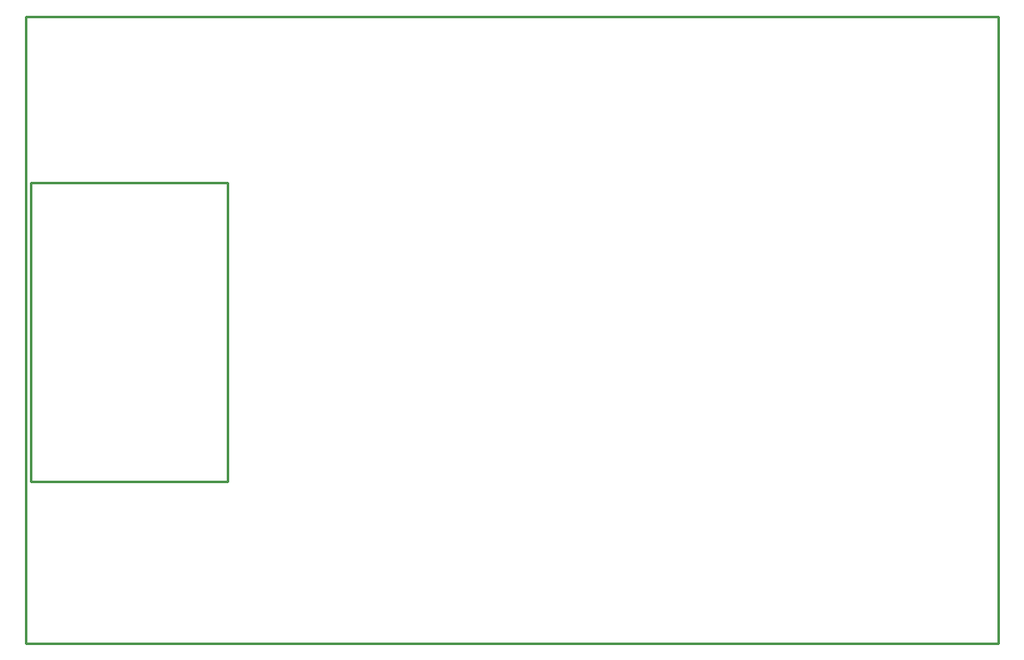
<source format=gm1>
G04*
G04 #@! TF.GenerationSoftware,Altium Limited,Altium Designer,20.0.13 (296)*
G04*
G04 Layer_Color=16711935*
%FSLAX25Y25*%
%MOIN*%
G70*
G01*
G75*
%ADD10C,0.01000*%
D10*
X242500Y361301D02*
X321500D01*
X242500Y241301D02*
Y361301D01*
X321500D01*
Y241301D02*
Y361301D01*
X242500Y241301D02*
X321500D01*
X240500Y176500D02*
Y377500D01*
Y176500D02*
X631000D01*
Y428000D01*
X240500D02*
X631000D01*
X240500Y377500D02*
Y428000D01*
M02*

</source>
